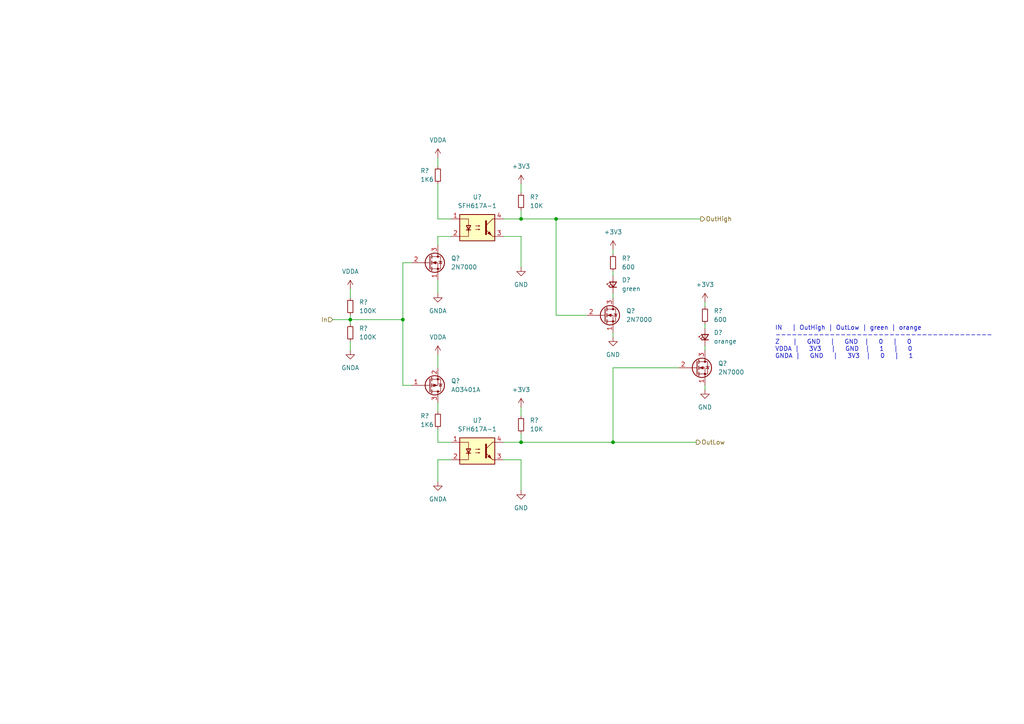
<source format=kicad_sch>
(kicad_sch (version 20211123) (generator eeschema)
  (paper "A4")
  (lib_symbols
    (symbol "Device:LED_Small" (pin_numbers hide) (pin_names (offset 0.254) hide)
      (property "Reference" "D" (at -1.27 3.175 0))
      (property "Value" "LED_Small" (at -4.445 -2.54 0))
      (symbol "LED_Small_0_1"
        (polyline (pts (xy -0.762 -1.016) (xy -0.762 1.016)) (stroke (width 0.254)))
        (polyline (pts (xy 1.016 0) (xy -0.762 0)))
        (polyline (pts (xy 0.762 -1.016) (xy -0.762 0) (xy 0.762 1.016) (xy 0.762 -1.016)) (stroke (width 0.254)))
        (polyline (pts (xy 0 0.762) (xy -0.508 1.27) (xy -0.254 1.27) (xy -0.508 1.27) (xy -0.508 1.016)))
        (polyline (pts (xy 0.508 1.27) (xy 0 1.778) (xy 0.254 1.778) (xy 0 1.778) (xy 0 1.524)))
      )
      (symbol "LED_Small_1_1"
        (pin passive line (at -2.54 0 0) (length 1.778) (name "K") (number "1"))
        (pin passive line (at 2.54 0 180) (length 1.778) (name "A") (number "2"))
      )
    )
    (symbol "Device:R_Small" (pin_numbers hide) (pin_names (offset 0.254) hide)
      (property "Reference" "R" (at 0.762 0.508 0))
      (property "Value" "R_Small" (at 0.762 -1.016 0))
      (symbol "R_Small_0_1"
        (rectangle (start -0.762 1.778) (end 0.762 -1.778) (stroke (width 0.2032)))
      )
      (symbol "R_Small_1_1"
        (pin passive line (at 0 2.54 270) (length 0.762) (name "~") (number "1"))
        (pin passive line (at 0 -2.54 90) (length 0.762) (name "~") (number "2"))
      )
    )
    (symbol "Isolator:SFH617A-1" (pin_names (offset 1.016))
      (property "Reference" "U" (at -5.08 5.08 0))
      (property "Value" "SFH617A-1" (at 0 5.08 0))
      (symbol "SFH617A-1_0_1"
        (rectangle (start -5.08 3.81) (end 5.08 -3.81) (stroke (width 0.254)) (fill (type background)))
        (polyline (pts (xy -3.175 -0.635) (xy -1.905 -0.635)) (stroke (width 0.254)))
        (polyline (pts (xy 2.54 0.635) (xy 4.445 2.54)))
        (polyline (pts (xy 4.445 -2.54) (xy 2.54 -0.635)) (fill (type outline)))
        (polyline (pts (xy 4.445 -2.54) (xy 5.08 -2.54)))
        (polyline (pts (xy 4.445 2.54) (xy 5.08 2.54)))
        (polyline (pts (xy -2.54 -0.635) (xy -2.54 -2.54) (xy -5.08 -2.54)))
        (polyline (pts (xy 2.54 1.905) (xy 2.54 -1.905) (xy 2.54 -1.905)) (stroke (width 0.508)))
        (polyline (pts (xy -5.08 2.54) (xy -2.54 2.54) (xy -2.54 -1.27) (xy -2.54 0.635)))
        (polyline (pts (xy -2.54 -0.635) (xy -3.175 0.635) (xy -1.905 0.635) (xy -2.54 -0.635)) (stroke (width 0.254)))
        (polyline (pts (xy -0.508 -0.508) (xy 0.762 -0.508) (xy 0.381 -0.635) (xy 0.381 -0.381) (xy 0.762 -0.508)))
        (polyline (pts (xy -0.508 0.508) (xy 0.762 0.508) (xy 0.381 0.381) (xy 0.381 0.635) (xy 0.762 0.508)))
        (polyline (pts (xy 3.048 -1.651) (xy 3.556 -1.143) (xy 4.064 -2.159) (xy 3.048 -1.651) (xy 3.048 -1.651)) (fill (type outline)))
      )
      (symbol "SFH617A-1_1_1"
        (pin passive line (at -7.62 2.54 0) (length 2.54) (name "~") (number "1"))
        (pin passive line (at -7.62 -2.54 0) (length 2.54) (name "~") (number "2"))
        (pin passive line (at 7.62 -2.54 180) (length 2.54) (name "~") (number "3"))
        (pin passive line (at 7.62 2.54 180) (length 2.54) (name "~") (number "4"))
      )
    )
    (symbol "Transistor_FET:2N7000" (pin_names hide)
      (property "Reference" "Q" (at 5.08 1.905 0))
      (property "Value" "2N7000" (at 5.08 0 0))
      (symbol "2N7000_0_1"
        (polyline (pts (xy 0.254 0) (xy -2.54 0)))
        (polyline (pts (xy 0.254 1.905) (xy 0.254 -1.905)) (stroke (width 0.254)))
        (polyline (pts (xy 0.762 -1.27) (xy 0.762 -2.286)) (stroke (width 0.254)))
        (polyline (pts (xy 0.762 0.508) (xy 0.762 -0.508)) (stroke (width 0.254)))
        (polyline (pts (xy 0.762 2.286) (xy 0.762 1.27)) (stroke (width 0.254)))
        (polyline (pts (xy 2.54 2.54) (xy 2.54 1.778)))
        (polyline (pts (xy 2.54 -2.54) (xy 2.54 0) (xy 0.762 0)))
        (polyline (pts (xy 0.762 -1.778) (xy 3.302 -1.778) (xy 3.302 1.778) (xy 0.762 1.778)))
        (polyline (pts (xy 1.016 0) (xy 2.032 0.381) (xy 2.032 -0.381) (xy 1.016 0)) (fill (type outline)))
        (polyline (pts (xy 2.794 0.508) (xy 2.921 0.381) (xy 3.683 0.381) (xy 3.81 0.254)))
        (polyline (pts (xy 3.302 0.381) (xy 2.921 -0.254) (xy 3.683 -0.254) (xy 3.302 0.381)))
        (circle (center 1.651 0) (radius 2.794) (stroke (width 0.254)))
        (circle (center 2.54 -1.778) (radius 0.254) (fill (type outline)))
        (circle (center 2.54 1.778) (radius 0.254) (fill (type outline)))
      )
      (symbol "2N7000_1_1"
        (pin passive line (at 2.54 -5.08 90) (length 2.54) (name "S") (number "1"))
        (pin input line (at -5.08 0 0) (length 2.54) (name "G") (number "2"))
        (pin passive line (at 2.54 5.08 270) (length 2.54) (name "D") (number "3"))
      )
    )
    (symbol "Transistor_FET:AO3401A" (pin_names hide)
      (property "Reference" "Q" (at 5.08 1.905 0))
      (property "Value" "AO3401A" (at 5.08 0 0))
      (symbol "AO3401A_0_1"
        (polyline (pts (xy 0.254 0) (xy -2.54 0)))
        (polyline (pts (xy 0.254 1.905) (xy 0.254 -1.905)) (stroke (width 0.254)))
        (polyline (pts (xy 0.762 -1.27) (xy 0.762 -2.286)) (stroke (width 0.254)))
        (polyline (pts (xy 0.762 0.508) (xy 0.762 -0.508)) (stroke (width 0.254)))
        (polyline (pts (xy 0.762 2.286) (xy 0.762 1.27)) (stroke (width 0.254)))
        (polyline (pts (xy 2.54 2.54) (xy 2.54 1.778)))
        (polyline (pts (xy 2.54 -2.54) (xy 2.54 0) (xy 0.762 0)))
        (polyline (pts (xy 0.762 1.778) (xy 3.302 1.778) (xy 3.302 -1.778) (xy 0.762 -1.778)))
        (polyline (pts (xy 2.286 0) (xy 1.27 0.381) (xy 1.27 -0.381) (xy 2.286 0)) (fill (type outline)))
        (polyline (pts (xy 2.794 -0.508) (xy 2.921 -0.381) (xy 3.683 -0.381) (xy 3.81 -0.254)))
        (polyline (pts (xy 3.302 -0.381) (xy 2.921 0.254) (xy 3.683 0.254) (xy 3.302 -0.381)))
        (circle (center 1.651 0) (radius 2.794) (stroke (width 0.254)))
        (circle (center 2.54 -1.778) (radius 0.254) (fill (type outline)))
        (circle (center 2.54 1.778) (radius 0.254) (fill (type outline)))
      )
      (symbol "AO3401A_1_1"
        (pin input line (at -5.08 0 0) (length 2.54) (name "G") (number "1"))
        (pin passive line (at 2.54 -5.08 90) (length 2.54) (name "S") (number "2"))
        (pin passive line (at 2.54 5.08 270) (length 2.54) (name "D") (number "3"))
      )
    )
    (symbol "power:+3V3" (power) (pin_names (offset 0))
      (property "Value" "+3V3" (at 0 3.556 0))
      (symbol "+3V3_0_1"
        (polyline (pts (xy -0.762 1.27) (xy 0 2.54)))
        (polyline (pts (xy 0 0) (xy 0 2.54)))
        (polyline (pts (xy 0 2.54) (xy 0.762 1.27)))
      )
      (symbol "+3V3_1_1"
        (pin power_in line (at 0 0 90) (length 0) hide (name "+3V3") (number "1"))
      )
    )
    (symbol "power:GND" (power) (pin_names (offset 0))
      (property "Value" "GND" (at 0 -3.81 0))
      (symbol "GND_0_1"
        (polyline (pts (xy 0 0) (xy 0 -1.27) (xy 1.27 -1.27) (xy 0 -2.54) (xy -1.27 -1.27) (xy 0 -1.27)))
      )
      (symbol "GND_1_1"
        (pin power_in line (at 0 0 270) (length 0) hide (name "GND") (number "1"))
      )
    )
    (symbol "power:GNDA" (power) (pin_names (offset 0))
      (property "Value" "GNDA" (at 0 -3.81 0))
      (symbol "GNDA_0_1"
        (polyline (pts (xy 0 0) (xy 0 -1.27) (xy 1.27 -1.27) (xy 0 -2.54) (xy -1.27 -1.27) (xy 0 -1.27)))
      )
      (symbol "GNDA_1_1"
        (pin power_in line (at 0 0 270) (length 0) hide (name "GNDA") (number "1"))
      )
    )
    (symbol "power:VDDA" (power) (pin_names (offset 0))
      (property "Value" "VDDA" (at 0 3.81 0))
      (symbol "VDDA_0_1"
        (polyline (pts (xy -0.762 1.27) (xy 0 2.54)))
        (polyline (pts (xy 0 0) (xy 0 2.54)))
        (polyline (pts (xy 0 2.54) (xy 0.762 1.27)))
      )
      (symbol "VDDA_1_1"
        (pin power_in line (at 0 0 90) (length 0) hide (name "VDDA") (number "1"))
      )
    )
  )
  (junction (at 151.13 63.5))
  (junction (at 177.8 128.27))
  (junction (at 116.84 92.71))
  (junction (at 101.6 92.71))
  (junction (at 161.29 63.5))
  (junction (at 151.13 128.27))
  (wire (pts (xy 116.84 76.2) (xy 116.84 92.71)))
  (wire (pts (xy 151.13 63.5) (xy 161.29 63.5)))
  (wire (pts (xy 151.13 118.11) (xy 151.13 120.65)))
  (wire (pts (xy 151.13 63.5) (xy 146.05 63.5)))
  (wire (pts (xy 127 102.87) (xy 127 106.68)))
  (wire (pts (xy 204.47 87.63) (xy 204.47 88.9)))
  (wire (pts (xy 151.13 68.58) (xy 151.13 77.47)))
  (wire (pts (xy 101.6 92.71) (xy 101.6 93.98)))
  (wire (pts (xy 130.81 68.58) (xy 127 68.58)))
  (wire (pts (xy 127 133.35) (xy 127 139.7)))
  (wire (pts (xy 204.47 111.76) (xy 204.47 113.03)))
  (wire (pts (xy 151.13 60.96) (xy 151.13 63.5)))
  (wire (pts (xy 196.85 106.68) (xy 177.8 106.68)))
  (wire (pts (xy 170.18 91.44) (xy 161.29 91.44)))
  (wire (pts (xy 116.84 92.71) (xy 116.84 111.76)))
  (wire (pts (xy 127 116.84) (xy 127 119.38)))
  (wire (pts (xy 204.47 100.33) (xy 204.47 101.6)))
  (wire (pts (xy 96.52 92.71) (xy 101.6 92.71)))
  (wire (pts (xy 177.8 72.39) (xy 177.8 73.66)))
  (wire (pts (xy 127 68.58) (xy 127 71.12)))
  (wire (pts (xy 119.38 111.76) (xy 116.84 111.76)))
  (wire (pts (xy 127 124.46) (xy 127 128.27)))
  (wire (pts (xy 116.84 92.71) (xy 101.6 92.71)))
  (wire (pts (xy 177.8 96.52) (xy 177.8 97.79)))
  (wire (pts (xy 151.13 125.73) (xy 151.13 128.27)))
  (wire (pts (xy 127 53.34) (xy 127 63.5)))
  (wire (pts (xy 151.13 133.35) (xy 151.13 142.24)))
  (wire (pts (xy 146.05 133.35) (xy 151.13 133.35)))
  (wire (pts (xy 161.29 63.5) (xy 203.2 63.5)))
  (wire (pts (xy 127 128.27) (xy 130.81 128.27)))
  (wire (pts (xy 146.05 68.58) (xy 151.13 68.58)))
  (wire (pts (xy 151.13 128.27) (xy 177.8 128.27)))
  (wire (pts (xy 101.6 91.44) (xy 101.6 92.71)))
  (wire (pts (xy 177.8 106.68) (xy 177.8 128.27)))
  (wire (pts (xy 127 81.28) (xy 127 85.09)))
  (wire (pts (xy 151.13 53.34) (xy 151.13 55.88)))
  (wire (pts (xy 177.8 78.74) (xy 177.8 80.01)))
  (wire (pts (xy 130.81 133.35) (xy 127 133.35)))
  (wire (pts (xy 127 63.5) (xy 130.81 63.5)))
  (wire (pts (xy 204.47 93.98) (xy 204.47 95.25)))
  (wire (pts (xy 177.8 85.09) (xy 177.8 86.36)))
  (wire (pts (xy 177.8 128.27) (xy 201.93 128.27)))
  (wire (pts (xy 101.6 83.82) (xy 101.6 86.36)))
  (wire (pts (xy 101.6 99.06) (xy 101.6 101.6)))
  (wire (pts (xy 161.29 91.44) (xy 161.29 63.5)))
  (wire (pts (xy 127 45.72) (xy 127 48.26)))
  (wire (pts (xy 119.38 76.2) (xy 116.84 76.2)))
  (wire (pts (xy 151.13 128.27) (xy 146.05 128.27)))
  (text "IN   | OutHigh | OutLow | green | orange\n----------------------------------------\nZ    |   GND   |   GND  |   0   |   0\nVDDA |   3V3   |   GND  |   1   |   0\nGNDA |   GND   |   3V3  |   0   |   1" (at 224.79 104.14 0) (effects (font (size 1.27 1.27)) (justify left bottom)))
  (hierarchical_label "In" (shape input) (at 96.52 92.71 180))
  (hierarchical_label "OutHigh" (shape output) (at 203.2 63.5 0))
  (hierarchical_label "OutLow" (shape output) (at 201.93 128.27 0))
  (symbol (lib_id "power:+3V3") (at 204.47 87.63 0) (unit 1)
    (property "Reference" "#PWR?" (effects hide))
    (property "Value" "+3V3" (at 204.47 82.55 0))
  )
  (symbol (lib_id "Device:R_Small") (at 101.6 88.9 0) (unit 1)
    (property "Reference" "R?" (at 104.14 87.6299 0) (effects (justify left)))
    (property "Value" "100K" (at 104.14 90.1699 0) (effects (justify left)))
  )
  (symbol (lib_id "Device:R_Small") (at 204.47 91.44 0) (unit 1)
    (property "Reference" "R?" (at 207.01 90.1699 0) (effects (justify left)))
    (property "Value" "600" (at 207.01 92.7099 0) (effects (justify left)))
  )
  (symbol (lib_id "power:GND") (at 151.13 142.24 0) (unit 1)
    (property "Reference" "#PWR?" (effects hide))
    (property "Value" "GND" (at 151.13 147.32 0))
  )
  (symbol (lib_id "power:+3V3") (at 151.13 53.34 0) (unit 1)
    (property "Reference" "#PWR?" (effects hide))
    (property "Value" "+3V3" (at 151.13 48.26 0))
  )
  (symbol (lib_id "power:GNDA") (at 127 85.09 0) (unit 1)
    (property "Reference" "#PWR?" (effects hide))
    (property "Value" "GNDA" (at 127 90.17 0))
  )
  (symbol (lib_id "Transistor_FET:AO3401A") (at 124.46 111.76 0) (mirror x) (unit 1)
    (property "Reference" "Q?" (at 130.81 110.4899 0) (effects (justify left)))
    (property "Value" "AO3401A" (at 130.81 113.0299 0) (effects (justify left)))
    (property "Footprint" "Package_TO_SOT_SMD:SOT-23" (effects hide))
    (property "Datasheet" "http://www.aosmd.com/pdfs/datasheet/AO3401A.pdf" (effects hide))
  )
  (symbol (lib_id "power:GND") (at 204.47 113.03 0) (unit 1)
    (property "Reference" "#PWR?" (effects hide))
    (property "Value" "GND" (at 204.47 118.11 0))
  )
  (symbol (lib_id "power:VDDA") (at 127 102.87 0) (unit 1)
    (property "Reference" "#PWR?" (effects hide))
    (property "Value" "VDDA" (at 127 97.79 0))
  )
  (symbol (lib_id "Isolator:SFH617A-1") (at 138.43 130.81 0) (unit 1)
    (property "Reference" "U?" (at 138.43 121.92 0))
    (property "Value" "SFH617A-1" (at 138.43 124.46 0))
    (property "Footprint" "Package_DIP:DIP-4_W7.62mm" (effects hide))
    (property "Datasheet" "http://www.vishay.com/docs/83740/sfh617a.pdf" (effects hide))
  )
  (symbol (lib_id "Transistor_FET:2N7000") (at 124.46 76.2 0) (unit 1)
    (property "Reference" "Q?" (at 130.81 74.9299 0) (effects (justify left)))
    (property "Value" "2N7000" (at 130.81 77.4699 0) (effects (justify left)))
    (property "Footprint" "Package_TO_SOT_THT:TO-92_Inline" (effects hide))
    (property "Datasheet" "https://www.vishay.com/docs/70226/70226.pdf" (effects hide))
  )
  (symbol (lib_id "Device:R_Small") (at 101.6 96.52 0) (unit 1)
    (property "Reference" "R?" (at 104.14 95.2499 0) (effects (justify left)))
    (property "Value" "100K" (at 104.14 97.7899 0) (effects (justify left)))
  )
  (symbol (lib_id "power:VDDA") (at 127 45.72 0) (unit 1)
    (property "Reference" "#PWR?" (effects hide))
    (property "Value" "VDDA" (at 127 40.64 0))
  )
  (symbol (lib_id "Device:R_Small") (at 127 50.8 0) (unit 1)
    (property "Reference" "R?" (at 121.92 49.53 0) (effects (justify left)))
    (property "Value" "1K6" (at 121.92 52.07 0) (effects (justify left)))
  )
  (symbol (lib_id "Device:R_Small") (at 177.8 76.2 0) (unit 1)
    (property "Reference" "R?" (at 180.34 74.9299 0) (effects (justify left)))
    (property "Value" "600" (at 180.34 77.4699 0) (effects (justify left)))
  )
  (symbol (lib_id "power:GNDA") (at 127 139.7 0) (unit 1)
    (property "Reference" "#PWR?" (effects hide))
    (property "Value" "GNDA" (at 127 144.78 0))
  )
  (symbol (lib_id "power:GNDA") (at 101.6 101.6 0) (unit 1)
    (property "Reference" "#PWR?" (effects hide))
    (property "Value" "GNDA" (at 101.6 106.68 0))
  )
  (symbol (lib_id "Device:R_Small") (at 151.13 58.42 0) (unit 1)
    (property "Reference" "R?" (at 153.67 57.1499 0) (effects (justify left)))
    (property "Value" "10K" (at 153.67 59.6899 0) (effects (justify left)))
  )
  (symbol (lib_id "power:+3V3") (at 151.13 118.11 0) (unit 1)
    (property "Reference" "#PWR?" (effects hide))
    (property "Value" "+3V3" (at 151.13 113.03 0))
  )
  (symbol (lib_id "power:GND") (at 177.8 97.79 0) (unit 1)
    (property "Reference" "#PWR?" (effects hide))
    (property "Value" "GND" (at 177.8 102.87 0))
  )
  (symbol (lib_id "Transistor_FET:2N7000") (at 175.26 91.44 0) (unit 1)
    (property "Reference" "Q?" (at 181.61 90.1699 0) (effects (justify left)))
    (property "Value" "2N7000" (at 181.61 92.7099 0) (effects (justify left)))
    (property "Footprint" "Package_TO_SOT_THT:TO-92_Inline" (effects hide))
    (property "Datasheet" "https://www.vishay.com/docs/70226/70226.pdf" (effects hide))
  )
  (symbol (lib_id "Device:LED_Small") (at 204.47 97.79 90) (unit 1)
    (property "Reference" "D?" (at 207.01 96.4564 90) (effects (justify right)))
    (property "Value" "orange" (at 207.01 98.9964 90) (effects (justify right)))
  )
  (symbol (lib_id "Device:R_Small") (at 127 121.92 0) (unit 1)
    (property "Reference" "R?" (at 121.92 120.65 0) (effects (justify left)))
    (property "Value" "1K6" (at 121.92 123.19 0) (effects (justify left)))
  )
  (symbol (lib_id "power:+3V3") (at 177.8 72.39 0) (unit 1)
    (property "Reference" "#PWR?" (effects hide))
    (property "Value" "+3V3" (at 177.8 67.31 0))
  )
  (symbol (lib_id "Isolator:SFH617A-1") (at 138.43 66.04 0) (unit 1)
    (property "Reference" "U?" (at 138.43 57.15 0))
    (property "Value" "SFH617A-1" (at 138.43 59.69 0))
    (property "Footprint" "Package_DIP:DIP-4_W7.62mm" (effects hide))
    (property "Datasheet" "http://www.vishay.com/docs/83740/sfh617a.pdf" (effects hide))
  )
  (symbol (lib_id "Device:LED_Small") (at 177.8 82.55 90) (unit 1)
    (property "Reference" "D?" (at 180.34 81.2164 90) (effects (justify right)))
    (property "Value" "green" (at 180.34 83.7564 90) (effects (justify right)))
  )
  (symbol (lib_id "power:GND") (at 151.13 77.47 0) (unit 1)
    (property "Reference" "#PWR?" (effects hide))
    (property "Value" "GND" (at 151.13 82.55 0))
  )
  (symbol (lib_id "Transistor_FET:2N7000") (at 201.93 106.68 0) (unit 1)
    (property "Reference" "Q?" (at 208.28 105.4099 0) (effects (justify left)))
    (property "Value" "2N7000" (at 208.28 107.9499 0) (effects (justify left)))
    (property "Footprint" "Package_TO_SOT_THT:TO-92_Inline" (effects hide))
    (property "Datasheet" "https://www.vishay.com/docs/70226/70226.pdf" (effects hide))
  )
  (symbol (lib_id "power:VDDA") (at 101.6 83.82 0) (unit 1)
    (property "Reference" "#PWR?" (effects hide))
    (property "Value" "VDDA" (at 101.6 78.74 0))
  )
  (symbol (lib_id "Device:R_Small") (at 151.13 123.19 0) (unit 1)
    (property "Reference" "R?" (at 153.67 121.9199 0) (effects (justify left)))
    (property "Value" "10K" (at 153.67 124.4599 0) (effects (justify left)))
  )
)
</source>
